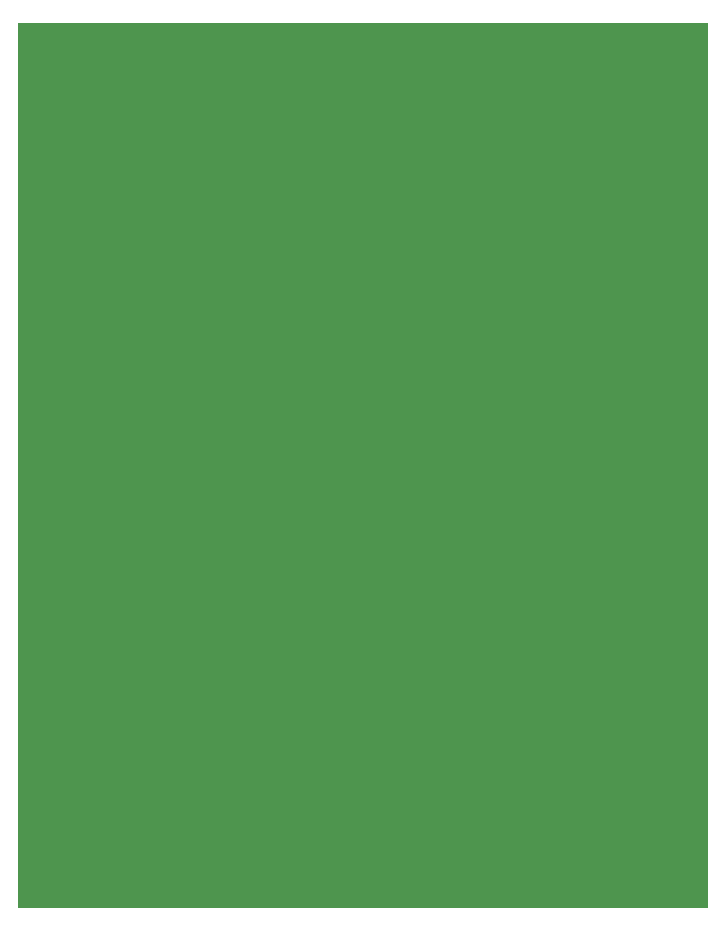
<source format=gbr>
G04 DipTrace 2.4.0.2*
%INBoard.gbr*%
%MOIN*%
%ADD11C,0.006*%
%FSLAX44Y44*%
G04*
G70*
G90*
G75*
G01*
%LNBoardPoly*%
%LPD*%
G36*
X3940Y33440D2*
D11*
X26940D1*
Y3940D1*
X3940D1*
Y33440D1*
G37*
M02*

</source>
